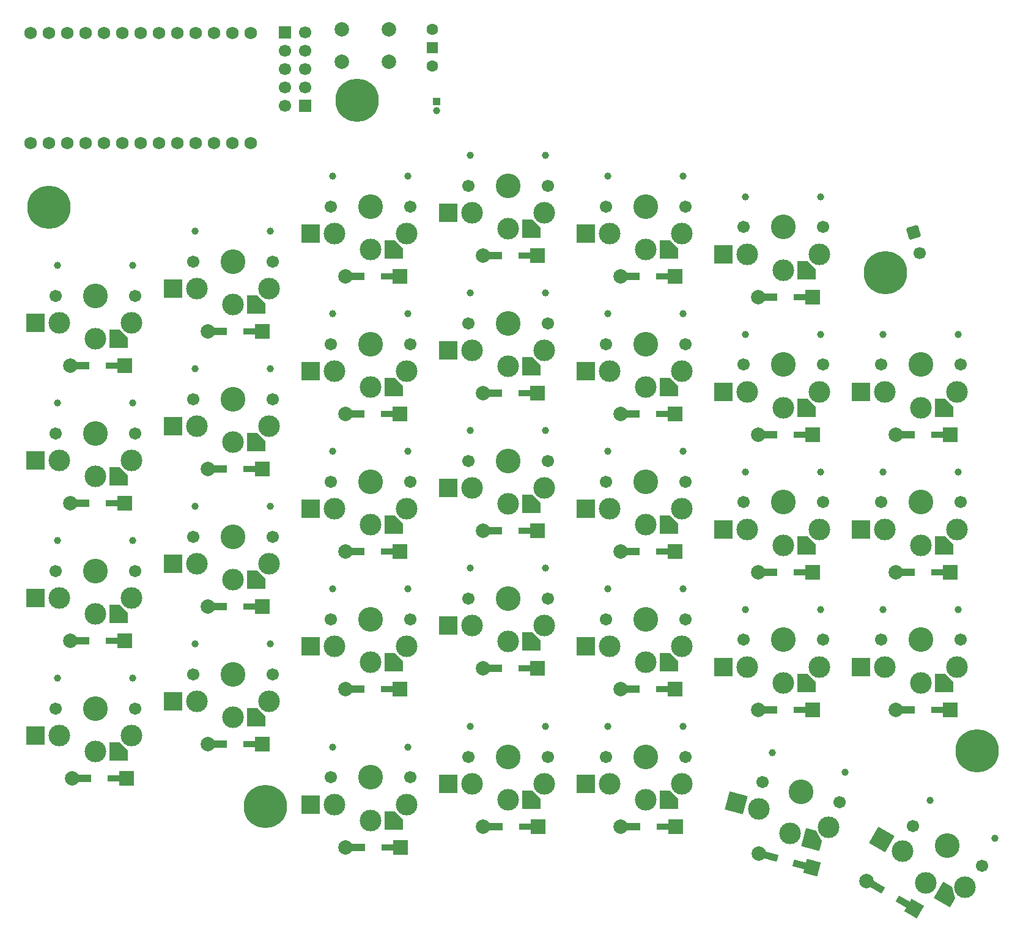
<source format=gbr>
%TF.GenerationSoftware,KiCad,Pcbnew,9.0.2+dfsg-1*%
%TF.CreationDate,2025-11-17T22:50:06+01:00*%
%TF.ProjectId,LuMo,4c754d6f-2e6b-4696-9361-645f70636258,rev?*%
%TF.SameCoordinates,Original*%
%TF.FileFunction,Soldermask,Bot*%
%TF.FilePolarity,Negative*%
%FSLAX46Y46*%
G04 Gerber Fmt 4.6, Leading zero omitted, Abs format (unit mm)*
G04 Created by KiCad (PCBNEW 9.0.2+dfsg-1) date 2025-11-17 22:50:06*
%MOMM*%
%LPD*%
G01*
G04 APERTURE LIST*
G04 Aperture macros list*
%AMRoundRect*
0 Rectangle with rounded corners*
0 $1 Rounding radius*
0 $2 $3 $4 $5 $6 $7 $8 $9 X,Y pos of 4 corners*
0 Add a 4 corners polygon primitive as box body*
4,1,4,$2,$3,$4,$5,$6,$7,$8,$9,$2,$3,0*
0 Add four circle primitives for the rounded corners*
1,1,$1+$1,$2,$3*
1,1,$1+$1,$4,$5*
1,1,$1+$1,$6,$7*
1,1,$1+$1,$8,$9*
0 Add four rect primitives between the rounded corners*
20,1,$1+$1,$2,$3,$4,$5,0*
20,1,$1+$1,$4,$5,$6,$7,0*
20,1,$1+$1,$6,$7,$8,$9,0*
20,1,$1+$1,$8,$9,$2,$3,0*%
%AMRotRect*
0 Rectangle, with rotation*
0 The origin of the aperture is its center*
0 $1 length*
0 $2 width*
0 $3 Rotation angle, in degrees counterclockwise*
0 Add horizontal line*
21,1,$1,$2,0,0,$3*%
%AMOutline5P*
0 Free polygon, 5 corners , with rotation*
0 The origin of the aperture is its center*
0 number of corners: always 5*
0 $1 to $10 corner X, Y*
0 $11 Rotation angle, in degrees counterclockwise*
0 create outline with 5 corners*
4,1,5,$1,$2,$3,$4,$5,$6,$7,$8,$9,$10,$1,$2,$11*%
%AMOutline6P*
0 Free polygon, 6 corners , with rotation*
0 The origin of the aperture is its center*
0 number of corners: always 6*
0 $1 to $12 corner X, Y*
0 $13 Rotation angle, in degrees counterclockwise*
0 create outline with 6 corners*
4,1,6,$1,$2,$3,$4,$5,$6,$7,$8,$9,$10,$11,$12,$1,$2,$13*%
%AMOutline7P*
0 Free polygon, 7 corners , with rotation*
0 The origin of the aperture is its center*
0 number of corners: always 7*
0 $1 to $14 corner X, Y*
0 $15 Rotation angle, in degrees counterclockwise*
0 create outline with 7 corners*
4,1,7,$1,$2,$3,$4,$5,$6,$7,$8,$9,$10,$11,$12,$13,$14,$1,$2,$15*%
%AMOutline8P*
0 Free polygon, 8 corners , with rotation*
0 The origin of the aperture is its center*
0 number of corners: always 8*
0 $1 to $16 corner X, Y*
0 $17 Rotation angle, in degrees counterclockwise*
0 create outline with 8 corners*
4,1,8,$1,$2,$3,$4,$5,$6,$7,$8,$9,$10,$11,$12,$13,$14,$15,$16,$1,$2,$17*%
G04 Aperture macros list end*
%ADD10C,1.752600*%
%ADD11C,6.000000*%
%ADD12C,1.701800*%
%ADD13C,0.990600*%
%ADD14C,3.000000*%
%ADD15C,3.429000*%
%ADD16Outline5P,-1.300000X1.300000X0.130000X1.300000X1.300000X0.130000X1.300000X-1.300000X-1.300000X-1.300000X345.000000*%
%ADD17RotRect,2.600000X2.600000X345.000000*%
%ADD18Outline5P,-1.300000X1.300000X0.130000X1.300000X1.300000X0.130000X1.300000X-1.300000X-1.300000X-1.300000X0.000000*%
%ADD19R,2.600000X2.600000*%
%ADD20R,1.000000X1.000000*%
%ADD21C,1.000000*%
%ADD22R,1.700000X1.700000*%
%ADD23C,1.700000*%
%ADD24Outline5P,-1.300000X1.300000X0.130000X1.300000X1.300000X0.130000X1.300000X-1.300000X-1.300000X-1.300000X330.000000*%
%ADD25RotRect,2.600000X2.600000X330.000000*%
%ADD26RoundRect,0.250000X-0.745701X0.404883X-0.404883X-0.745701X0.745701X-0.404883X0.404883X0.745701X0*%
%ADD27C,2.000000*%
%ADD28R,1.500000X1.500000*%
%ADD29C,1.600000*%
%ADD30R,2.000000X2.000000*%
%ADD31R,1.875000X0.950000*%
%ADD32R,1.875000X0.975000*%
%ADD33RotRect,2.000000X2.000000X150.000000*%
%ADD34RotRect,1.875000X0.950000X150.000000*%
%ADD35RotRect,1.875000X0.975000X150.000000*%
%ADD36RotRect,2.000000X2.000000X165.000000*%
%ADD37RotRect,1.875000X0.950000X165.000000*%
%ADD38RotRect,1.875000X0.975000X165.000000*%
G04 APERTURE END LIST*
D10*
%TO.C,U1*%
X38990000Y-41120000D03*
X41530000Y-41120000D03*
X44070000Y-41120000D03*
X46610000Y-41120000D03*
X49150000Y-41120000D03*
X51690000Y-41120000D03*
X54230000Y-41120000D03*
X56770000Y-41120000D03*
X59310000Y-41120000D03*
X61850000Y-41120000D03*
X64390000Y-41120000D03*
X66930000Y-41120000D03*
X69470000Y-41120000D03*
X69470000Y-25880000D03*
X66930000Y-25880000D03*
X64390000Y-25880000D03*
X61850000Y-25880000D03*
X59310000Y-25880000D03*
X56770000Y-25880000D03*
X54230000Y-25880000D03*
X51690000Y-25880000D03*
X49150000Y-25880000D03*
X46610000Y-25880000D03*
X44070000Y-25880000D03*
X41530000Y-25880000D03*
X38990000Y-25880000D03*
%TD*%
D11*
%TO.C,H3*%
X170000000Y-125300000D03*
%TD*%
D12*
%TO.C,SW31*%
X140320306Y-129562614D03*
D13*
X141677805Y-125578195D03*
D14*
X139832697Y-133314246D03*
D15*
X145632898Y-130986119D03*
D14*
X144092925Y-136733378D03*
X149491956Y-135902436D03*
D13*
X151762071Y-128280266D03*
D12*
X150945490Y-132409624D03*
D16*
X147256332Y-137581010D03*
D17*
X136669290Y-132466613D03*
%TD*%
D12*
%TO.C,SW4*%
X137670000Y-52757500D03*
D13*
X137950000Y-48557500D03*
D14*
X138170000Y-56507500D03*
D15*
X143170000Y-52757500D03*
D14*
X143170000Y-58707500D03*
X148170000Y-56507500D03*
D13*
X148390000Y-48557500D03*
D12*
X148670000Y-52757500D03*
D18*
X146445000Y-58707500D03*
D19*
X134895000Y-56507500D03*
%TD*%
D12*
%TO.C,SW29*%
X118620000Y-126100000D03*
D13*
X118900000Y-121900000D03*
D14*
X119120000Y-129850000D03*
D15*
X124120000Y-126100000D03*
D14*
X124120000Y-132050000D03*
X129120000Y-129850000D03*
D13*
X129340000Y-121900000D03*
D12*
X129620000Y-126100000D03*
D18*
X127395000Y-132050000D03*
D19*
X115845000Y-129850000D03*
%TD*%
D12*
%TO.C,SW13*%
X42420000Y-81332500D03*
D13*
X42700000Y-77132500D03*
D14*
X42920000Y-85082500D03*
D15*
X47920000Y-81332500D03*
D14*
X47920000Y-87282500D03*
X52920000Y-85082500D03*
D13*
X53140000Y-77132500D03*
D12*
X53420000Y-81332500D03*
D18*
X51195000Y-87282500D03*
D19*
X39645000Y-85082500D03*
%TD*%
D20*
%TO.C,J1*%
X95200000Y-35365000D03*
D21*
X95200000Y-36635000D03*
%TD*%
D12*
%TO.C,SW25*%
X156720000Y-109907500D03*
D13*
X157000000Y-105707500D03*
D14*
X157220000Y-113657500D03*
D15*
X162220000Y-109907500D03*
D14*
X162220000Y-115857500D03*
X167220000Y-113657500D03*
D13*
X167440000Y-105707500D03*
D12*
X167720000Y-109907500D03*
D18*
X165495000Y-115857500D03*
D19*
X153945000Y-113657500D03*
%TD*%
D22*
%TO.C,J2*%
X76975000Y-35950000D03*
D23*
X76975000Y-33410000D03*
X76975000Y-30870000D03*
X76975000Y-28330000D03*
X76975000Y-25790000D03*
%TD*%
D12*
%TO.C,SW21*%
X99570000Y-104192500D03*
D13*
X99850000Y-99992500D03*
D14*
X100070000Y-107942500D03*
D15*
X105070000Y-104192500D03*
D14*
X105070000Y-110142500D03*
X110070000Y-107942500D03*
D13*
X110290000Y-99992500D03*
D12*
X110570000Y-104192500D03*
D18*
X108345000Y-110142500D03*
D19*
X96795000Y-107942500D03*
%TD*%
D12*
%TO.C,SW26*%
X61470000Y-114670000D03*
D13*
X61750000Y-110470000D03*
D14*
X61970000Y-118420000D03*
D15*
X66970000Y-114670000D03*
D14*
X66970000Y-120620000D03*
X71970000Y-118420000D03*
D13*
X72190000Y-110470000D03*
D12*
X72470000Y-114670000D03*
D18*
X70245000Y-120620000D03*
D19*
X58695000Y-118420000D03*
%TD*%
D12*
%TO.C,SW28*%
X99570000Y-126100000D03*
D13*
X99850000Y-121900000D03*
D14*
X100070000Y-129850000D03*
D15*
X105070000Y-126100000D03*
D14*
X105070000Y-132050000D03*
X110070000Y-129850000D03*
D13*
X110290000Y-121900000D03*
D12*
X110570000Y-126100000D03*
D18*
X108345000Y-132050000D03*
D19*
X96795000Y-129850000D03*
%TD*%
D12*
%TO.C,SW30*%
X80520000Y-128957500D03*
D13*
X80800000Y-124757500D03*
D14*
X81020000Y-132707500D03*
D15*
X86020000Y-128957500D03*
D14*
X86020000Y-134907500D03*
X91020000Y-132707500D03*
D13*
X91240000Y-124757500D03*
D12*
X91520000Y-128957500D03*
D18*
X89295000Y-134907500D03*
D19*
X77745000Y-132707500D03*
%TD*%
D12*
%TO.C,SW32*%
X161148411Y-135664114D03*
D13*
X163490898Y-132166807D03*
D14*
X159706424Y-139161709D03*
D15*
X165911551Y-138414114D03*
D14*
X162936551Y-143566965D03*
X168366678Y-144161709D03*
D13*
X172532204Y-137386807D03*
D12*
X170674691Y-141164114D03*
D24*
X165772784Y-145204465D03*
D25*
X156870191Y-137524209D03*
%TD*%
D12*
%TO.C,SW16*%
X118620000Y-88000000D03*
D13*
X118900000Y-83800000D03*
D14*
X119120000Y-91750000D03*
D15*
X124120000Y-88000000D03*
D14*
X124120000Y-93950000D03*
X129120000Y-91750000D03*
D13*
X129340000Y-83800000D03*
D12*
X129620000Y-88000000D03*
D18*
X127395000Y-93950000D03*
D19*
X115845000Y-91750000D03*
%TD*%
D12*
%TO.C,SW14*%
X99570000Y-85142500D03*
D13*
X99850000Y-80942500D03*
D14*
X100070000Y-88892500D03*
D15*
X105070000Y-85142500D03*
D14*
X105070000Y-91092500D03*
X110070000Y-88892500D03*
D13*
X110290000Y-80942500D03*
D12*
X110570000Y-85142500D03*
D18*
X108345000Y-91092500D03*
D19*
X96795000Y-88892500D03*
%TD*%
D12*
%TO.C,SW9*%
X118620000Y-68950000D03*
D13*
X118900000Y-64750000D03*
D14*
X119120000Y-72700000D03*
D15*
X124120000Y-68950000D03*
D14*
X124120000Y-74900000D03*
X129120000Y-72700000D03*
D13*
X129340000Y-64750000D03*
D12*
X129620000Y-68950000D03*
D18*
X127395000Y-74900000D03*
D19*
X115845000Y-72700000D03*
%TD*%
D12*
%TO.C,SW2*%
X80520000Y-49900000D03*
D13*
X80800000Y-45700000D03*
D14*
X81020000Y-53650000D03*
D15*
X86020000Y-49900000D03*
D14*
X86020000Y-55850000D03*
X91020000Y-53650000D03*
D13*
X91240000Y-45700000D03*
D12*
X91520000Y-49900000D03*
D18*
X89295000Y-55850000D03*
D19*
X77745000Y-53650000D03*
%TD*%
D11*
%TO.C,H6*%
X84200000Y-35200000D03*
%TD*%
D12*
%TO.C,SW19*%
X61470000Y-95620000D03*
D13*
X61750000Y-91420000D03*
D14*
X61970000Y-99370000D03*
D15*
X66970000Y-95620000D03*
D14*
X66970000Y-101570000D03*
X71970000Y-99370000D03*
D13*
X72190000Y-91420000D03*
D12*
X72470000Y-95620000D03*
D18*
X70245000Y-101570000D03*
D19*
X58695000Y-99370000D03*
%TD*%
D12*
%TO.C,SW20*%
X42420000Y-100382500D03*
D13*
X42700000Y-96182500D03*
D14*
X42920000Y-104132500D03*
D15*
X47920000Y-100382500D03*
D14*
X47920000Y-106332500D03*
X52920000Y-104132500D03*
D13*
X53140000Y-96182500D03*
D12*
X53420000Y-100382500D03*
D18*
X51195000Y-106332500D03*
D19*
X39645000Y-104132500D03*
%TD*%
D12*
%TO.C,SW18*%
X156720000Y-90857500D03*
D13*
X157000000Y-86657500D03*
D14*
X157220000Y-94607500D03*
D15*
X162220000Y-90857500D03*
D14*
X162220000Y-96807500D03*
X167220000Y-94607500D03*
D13*
X167440000Y-86657500D03*
D12*
X167720000Y-90857500D03*
D18*
X165495000Y-96807500D03*
D19*
X153945000Y-94607500D03*
%TD*%
D12*
%TO.C,SW17*%
X137670000Y-90857500D03*
D13*
X137950000Y-86657500D03*
D14*
X138170000Y-94607500D03*
D15*
X143170000Y-90857500D03*
D14*
X143170000Y-96807500D03*
X148170000Y-94607500D03*
D13*
X148390000Y-86657500D03*
D12*
X148670000Y-90857500D03*
D18*
X146445000Y-96807500D03*
D19*
X134895000Y-94607500D03*
%TD*%
D12*
%TO.C,SW3*%
X118620000Y-49900000D03*
D13*
X118900000Y-45700000D03*
D14*
X119120000Y-53650000D03*
D15*
X124120000Y-49900000D03*
D14*
X124120000Y-55850000D03*
X129120000Y-53650000D03*
D13*
X129340000Y-45700000D03*
D12*
X129620000Y-49900000D03*
D18*
X127395000Y-55850000D03*
D19*
X115845000Y-53650000D03*
%TD*%
D23*
%TO.C,J4*%
X162049564Y-56368241D03*
D26*
X161197518Y-53491781D03*
%TD*%
D12*
%TO.C,SW6*%
X42420000Y-62282500D03*
D13*
X42700000Y-58082500D03*
D14*
X42920000Y-66032500D03*
D15*
X47920000Y-62282500D03*
D14*
X47920000Y-68232500D03*
X52920000Y-66032500D03*
D13*
X53140000Y-58082500D03*
D12*
X53420000Y-62282500D03*
D18*
X51195000Y-68232500D03*
D19*
X39645000Y-66032500D03*
%TD*%
D11*
%TO.C,H1*%
X41500000Y-50000000D03*
%TD*%
D12*
%TO.C,SW8*%
X80520000Y-68950000D03*
D13*
X80800000Y-64750000D03*
D14*
X81020000Y-72700000D03*
D15*
X86020000Y-68950000D03*
D14*
X86020000Y-74900000D03*
X91020000Y-72700000D03*
D13*
X91240000Y-64750000D03*
D12*
X91520000Y-68950000D03*
D18*
X89295000Y-74900000D03*
D19*
X77745000Y-72700000D03*
%TD*%
D12*
%TO.C,SW11*%
X156720000Y-71807500D03*
D13*
X157000000Y-67607500D03*
D14*
X157220000Y-75557500D03*
D15*
X162220000Y-71807500D03*
D14*
X162220000Y-77757500D03*
X167220000Y-75557500D03*
D13*
X167440000Y-67607500D03*
D12*
X167720000Y-71807500D03*
D18*
X165495000Y-77757500D03*
D19*
X153945000Y-75557500D03*
%TD*%
D12*
%TO.C,SW15*%
X80520000Y-88000000D03*
D13*
X80800000Y-83800000D03*
D14*
X81020000Y-91750000D03*
D15*
X86020000Y-88000000D03*
D14*
X86020000Y-93950000D03*
X91020000Y-91750000D03*
D13*
X91240000Y-83800000D03*
D12*
X91520000Y-88000000D03*
D18*
X89295000Y-93950000D03*
D19*
X77745000Y-91750000D03*
%TD*%
D12*
%TO.C,SW10*%
X137670000Y-71807500D03*
D13*
X137950000Y-67607500D03*
D14*
X138170000Y-75557500D03*
D15*
X143170000Y-71807500D03*
D14*
X143170000Y-77757500D03*
X148170000Y-75557500D03*
D13*
X148390000Y-67607500D03*
D12*
X148670000Y-71807500D03*
D18*
X146445000Y-77757500D03*
D19*
X134895000Y-75557500D03*
%TD*%
D12*
%TO.C,SW12*%
X61470000Y-76570000D03*
D13*
X61750000Y-72370000D03*
D14*
X61970000Y-80320000D03*
D15*
X66970000Y-76570000D03*
D14*
X66970000Y-82520000D03*
X71970000Y-80320000D03*
D13*
X72190000Y-72370000D03*
D12*
X72470000Y-76570000D03*
D18*
X70245000Y-82520000D03*
D19*
X58695000Y-80320000D03*
%TD*%
D12*
%TO.C,SW5*%
X61470000Y-57520000D03*
D13*
X61750000Y-53320000D03*
D14*
X61970000Y-61270000D03*
D15*
X66970000Y-57520000D03*
D14*
X66970000Y-63470000D03*
X71970000Y-61270000D03*
D13*
X72190000Y-53320000D03*
D12*
X72470000Y-57520000D03*
D18*
X70245000Y-63470000D03*
D19*
X58695000Y-61270000D03*
%TD*%
D22*
%TO.C,J3*%
X74200000Y-25800000D03*
D23*
X74200000Y-28340000D03*
X74200000Y-30880000D03*
X74200000Y-33420000D03*
X74200000Y-35960000D03*
%TD*%
D12*
%TO.C,SW7*%
X99570000Y-66092500D03*
D13*
X99850000Y-61892500D03*
D14*
X100070000Y-69842500D03*
D15*
X105070000Y-66092500D03*
D14*
X105070000Y-72042500D03*
X110070000Y-69842500D03*
D13*
X110290000Y-61892500D03*
D12*
X110570000Y-66092500D03*
D18*
X108345000Y-72042500D03*
D19*
X96795000Y-69842500D03*
%TD*%
D27*
%TO.C,SW33*%
X82100000Y-25400000D03*
X88600000Y-25400000D03*
X82100000Y-29900000D03*
X88600000Y-29900000D03*
%TD*%
D12*
%TO.C,SW27*%
X42420000Y-119432500D03*
D13*
X42700000Y-115232500D03*
D14*
X42920000Y-123182500D03*
D15*
X47920000Y-119432500D03*
D14*
X47920000Y-125382500D03*
X52920000Y-123182500D03*
D13*
X53140000Y-115232500D03*
D12*
X53420000Y-119432500D03*
D18*
X51195000Y-125382500D03*
D19*
X39645000Y-123182500D03*
%TD*%
D12*
%TO.C,SW22*%
X80520000Y-107050000D03*
D13*
X80800000Y-102850000D03*
D14*
X81020000Y-110800000D03*
D15*
X86020000Y-107050000D03*
D14*
X86020000Y-113000000D03*
X91020000Y-110800000D03*
D13*
X91240000Y-102850000D03*
D12*
X91520000Y-107050000D03*
D18*
X89295000Y-113000000D03*
D19*
X77745000Y-110800000D03*
%TD*%
D12*
%TO.C,SW23*%
X118620000Y-107050000D03*
D13*
X118900000Y-102850000D03*
D14*
X119120000Y-110800000D03*
D15*
X124120000Y-107050000D03*
D14*
X124120000Y-113000000D03*
X129120000Y-110800000D03*
D13*
X129340000Y-102850000D03*
D12*
X129620000Y-107050000D03*
D18*
X127395000Y-113000000D03*
D19*
X115845000Y-110800000D03*
%TD*%
D28*
%TO.C,SWI1*%
X94600000Y-27940000D03*
D29*
X94600000Y-30480000D03*
X94600000Y-25400000D03*
%TD*%
D12*
%TO.C,SW1*%
X99570000Y-47042500D03*
D13*
X99850000Y-42842500D03*
D14*
X100070000Y-50792500D03*
D15*
X105070000Y-47042500D03*
D14*
X105070000Y-52992500D03*
X110070000Y-50792500D03*
D13*
X110290000Y-42842500D03*
D12*
X110570000Y-47042500D03*
D18*
X108345000Y-52992500D03*
D19*
X96795000Y-50792500D03*
%TD*%
D11*
%TO.C,H4*%
X71500000Y-133000000D03*
%TD*%
%TO.C,H2*%
X157300000Y-59100000D03*
%TD*%
D12*
%TO.C,SW24*%
X137670000Y-109907500D03*
D13*
X137950000Y-105707500D03*
D14*
X138170000Y-113657500D03*
D15*
X143170000Y-109907500D03*
D14*
X143170000Y-115857500D03*
X148170000Y-113657500D03*
D13*
X148390000Y-105707500D03*
D12*
X148670000Y-109907500D03*
D18*
X146445000Y-115857500D03*
D19*
X134895000Y-113657500D03*
%TD*%
D30*
%TO.C,D19*%
X71100000Y-105300000D03*
D31*
X69362500Y-105300000D03*
D32*
X65237500Y-105312500D03*
D27*
X63500000Y-105300000D03*
%TD*%
D30*
%TO.C,D8*%
X90150000Y-78630000D03*
D31*
X88412500Y-78630000D03*
D32*
X84287500Y-78642500D03*
D27*
X82550000Y-78630000D03*
%TD*%
D30*
%TO.C,D15*%
X90150000Y-97680000D03*
D31*
X88412500Y-97680000D03*
D32*
X84287500Y-97692500D03*
D27*
X82550000Y-97680000D03*
%TD*%
D30*
%TO.C,D2*%
X90150000Y-59580000D03*
D31*
X88412500Y-59580000D03*
D32*
X84287500Y-59592500D03*
D27*
X82550000Y-59580000D03*
%TD*%
D30*
%TO.C,D24*%
X147300000Y-119587500D03*
D31*
X145562500Y-119587500D03*
D32*
X141437500Y-119600000D03*
D27*
X139700000Y-119587500D03*
%TD*%
D30*
%TO.C,D9*%
X128250000Y-78630000D03*
D31*
X126512500Y-78630000D03*
D32*
X122387500Y-78642500D03*
D27*
X120650000Y-78630000D03*
%TD*%
D30*
%TO.C,D25*%
X166350000Y-119587500D03*
D31*
X164612500Y-119587500D03*
D32*
X160487500Y-119600000D03*
D27*
X158750000Y-119587500D03*
%TD*%
D30*
%TO.C,D12*%
X71100000Y-86250000D03*
D31*
X69362500Y-86250000D03*
D32*
X65237500Y-86262500D03*
D27*
X63500000Y-86250000D03*
%TD*%
D30*
%TO.C,D18*%
X166350000Y-100537500D03*
D31*
X164612500Y-100537500D03*
D32*
X160487500Y-100550000D03*
D27*
X158750000Y-100537500D03*
%TD*%
D30*
%TO.C,D27*%
X52300000Y-129112500D03*
D31*
X50562500Y-129112500D03*
D32*
X46437500Y-129125000D03*
D27*
X44700000Y-129112500D03*
%TD*%
D30*
%TO.C,D4*%
X147300000Y-62437500D03*
D31*
X145562500Y-62437500D03*
D32*
X141437500Y-62450000D03*
D27*
X139700000Y-62437500D03*
%TD*%
D30*
%TO.C,D20*%
X52050000Y-110062500D03*
D31*
X50312500Y-110062500D03*
D32*
X46187500Y-110075000D03*
D27*
X44450000Y-110062500D03*
%TD*%
D30*
%TO.C,D21*%
X109200000Y-113872500D03*
D31*
X107462500Y-113872500D03*
D32*
X103337500Y-113885000D03*
D27*
X101600000Y-113872500D03*
%TD*%
D30*
%TO.C,D10*%
X147300000Y-81487500D03*
D31*
X145562500Y-81487500D03*
D32*
X141437500Y-81500000D03*
D27*
X139700000Y-81487500D03*
%TD*%
D30*
%TO.C,D5*%
X71100000Y-67200000D03*
D31*
X69362500Y-67200000D03*
D32*
X65237500Y-67212500D03*
D27*
X63500000Y-67200000D03*
%TD*%
D30*
%TO.C,D14*%
X109200000Y-94822500D03*
D31*
X107462500Y-94822500D03*
D32*
X103337500Y-94835000D03*
D27*
X101600000Y-94822500D03*
%TD*%
D30*
%TO.C,D23*%
X128250000Y-116730000D03*
D31*
X126512500Y-116730000D03*
D32*
X122387500Y-116742500D03*
D27*
X120650000Y-116730000D03*
%TD*%
D30*
%TO.C,D22*%
X90150000Y-116730000D03*
D31*
X88412500Y-116730000D03*
D32*
X84287500Y-116742500D03*
D27*
X82550000Y-116730000D03*
%TD*%
D30*
%TO.C,D1*%
X109200000Y-56722500D03*
D31*
X107462500Y-56722500D03*
D32*
X103337500Y-56735000D03*
D27*
X101600000Y-56722500D03*
%TD*%
D30*
%TO.C,D6*%
X52050000Y-71962500D03*
D31*
X50312500Y-71962500D03*
D32*
X46187500Y-71975000D03*
D27*
X44450000Y-71962500D03*
%TD*%
D30*
%TO.C,D17*%
X147300000Y-100537500D03*
D31*
X145562500Y-100537500D03*
D32*
X141437500Y-100550000D03*
D27*
X139700000Y-100537500D03*
%TD*%
D30*
%TO.C,D28*%
X109250000Y-135780000D03*
D31*
X107512500Y-135780000D03*
D32*
X103387500Y-135792500D03*
D27*
X101650000Y-135780000D03*
%TD*%
D30*
%TO.C,D26*%
X71100000Y-124350000D03*
D31*
X69362500Y-124350000D03*
D32*
X65237500Y-124362500D03*
D27*
X63500000Y-124350000D03*
%TD*%
D30*
%TO.C,D11*%
X166350000Y-81487500D03*
D31*
X164612500Y-81487500D03*
D32*
X160487500Y-81500000D03*
D27*
X158750000Y-81487500D03*
%TD*%
D33*
%TO.C,D32*%
X161290897Y-147100000D03*
D34*
X159786177Y-146231250D03*
D35*
X156207573Y-144179575D03*
D27*
X154709103Y-143300000D03*
%TD*%
D30*
%TO.C,D16*%
X128250000Y-97680000D03*
D31*
X126512500Y-97680000D03*
D32*
X122387500Y-97692500D03*
D27*
X120650000Y-97680000D03*
%TD*%
D30*
%TO.C,D29*%
X128300000Y-135780000D03*
D31*
X126562500Y-135780000D03*
D32*
X122437500Y-135792500D03*
D27*
X120700000Y-135780000D03*
%TD*%
D30*
%TO.C,D30*%
X90200000Y-138637500D03*
D31*
X88462500Y-138637500D03*
D32*
X84337500Y-138650000D03*
D27*
X82600000Y-138637500D03*
%TD*%
D30*
%TO.C,D13*%
X52050000Y-91012500D03*
D31*
X50312500Y-91012500D03*
D32*
X46187500Y-91025000D03*
D27*
X44450000Y-91012500D03*
%TD*%
D36*
%TO.C,D31*%
X147185036Y-141442916D03*
D37*
X145506740Y-140993218D03*
D38*
X141519061Y-139937664D03*
D27*
X139844000Y-139475892D03*
%TD*%
D30*
%TO.C,D7*%
X109200000Y-75772500D03*
D31*
X107462500Y-75772500D03*
D32*
X103337500Y-75785000D03*
D27*
X101600000Y-75772500D03*
%TD*%
D30*
%TO.C,D3*%
X128250000Y-59580000D03*
D31*
X126512500Y-59580000D03*
D32*
X122387500Y-59592500D03*
D27*
X120650000Y-59580000D03*
%TD*%
M02*

</source>
